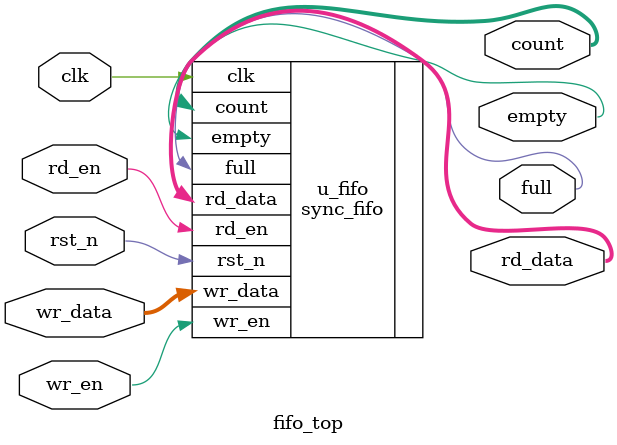
<source format=v>

module fifo_top #(
    parameter DATA_WIDTH = 8,
    parameter DEPTH = 16
) (
    // System signals
    input wire clk,
    input wire rst_n,

    // Write interface
    input wire [DATA_WIDTH-1:0] wr_data,
    input wire wr_en,
    output wire full,

    // Read interface
    output wire [DATA_WIDTH-1:0] rd_data,
    input wire rd_en,
    output wire empty,

    // Status
    output wire [$clog2(DEPTH):0] count
);

    // Instantiate synchronous FIFO
    sync_fifo #(
        .DATA_WIDTH(DATA_WIDTH),
        .DEPTH(DEPTH)
    ) u_fifo (
        .clk(clk),
        .rst_n(rst_n),
        .wr_data(wr_data),
        .wr_en(wr_en),
        .full(full),
        .rd_data(rd_data),
        .rd_en(rd_en),
        .empty(empty),
        .count(count)
    );

endmodule

</source>
